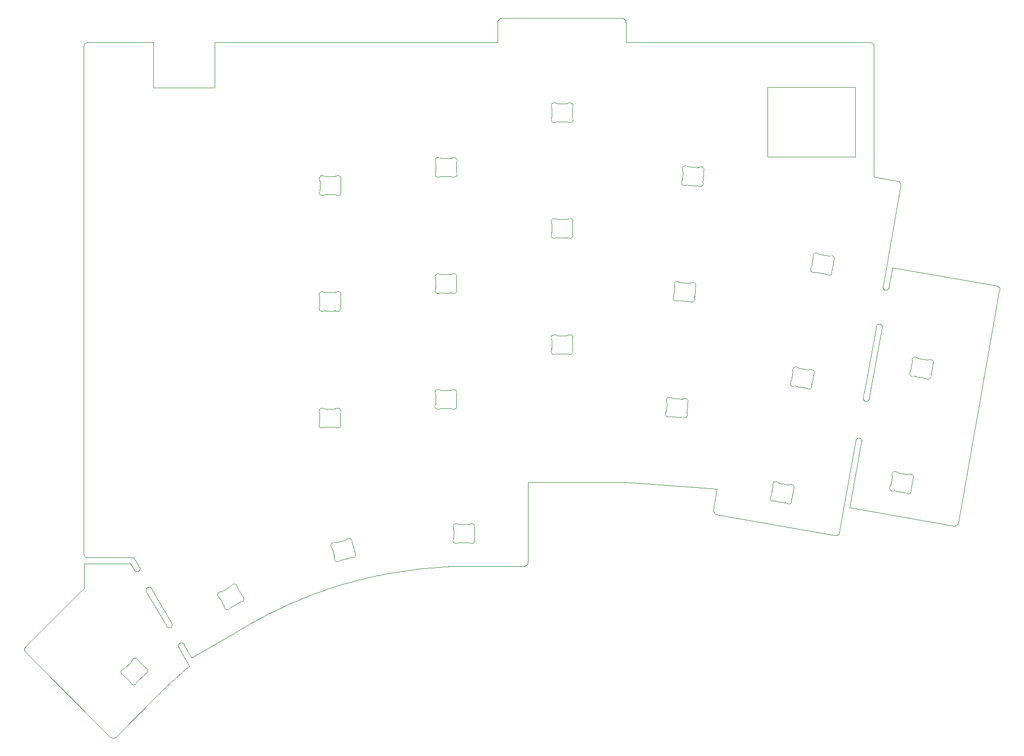
<source format=gm1>
G04 #@! TF.GenerationSoftware,KiCad,Pcbnew,8.0.4-8.0.4-0~ubuntu22.04.1*
G04 #@! TF.CreationDate,2024-09-04T00:25:38+02:00*
G04 #@! TF.ProjectId,klor1_4_LP_KS33,6b6c6f72-315f-4345-9f4c-505f4b533333,v1.4.0 LP KS33*
G04 #@! TF.SameCoordinates,Original*
G04 #@! TF.FileFunction,Profile,NP*
%FSLAX46Y46*%
G04 Gerber Fmt 4.6, Leading zero omitted, Abs format (unit mm)*
G04 Created by KiCad (PCBNEW 8.0.4-8.0.4-0~ubuntu22.04.1) date 2024-09-04 00:25:38*
%MOMM*%
%LPD*%
G01*
G04 APERTURE LIST*
G04 #@! TA.AperFunction,Profile*
%ADD10C,0.010000*%
G04 #@! TD*
%ADD11C,0.010000*%
G04 #@! TA.AperFunction,Profile*
%ADD12C,0.100000*%
G04 #@! TD*
G04 APERTURE END LIST*
D10*
X94205130Y-149048326D02*
X90890813Y-143336419D01*
X213273752Y-90131044D02*
X212679139Y-93422155D01*
D11*
X95051339Y-148554706D02*
X95063942Y-148574840D01*
X95075312Y-148595542D01*
X95085456Y-148616761D01*
X95094379Y-148638445D01*
X95102089Y-148660542D01*
X95108591Y-148683001D01*
X95113893Y-148705769D01*
X95118000Y-148728796D01*
X95120920Y-148752029D01*
X95122657Y-148775417D01*
X95123220Y-148798909D01*
X95122614Y-148822452D01*
X95120847Y-148845995D01*
X95117923Y-148869486D01*
X95113850Y-148892874D01*
X95108635Y-148916108D01*
X95102283Y-148939134D01*
X95094802Y-148961902D01*
X95086197Y-148984361D01*
X95076475Y-149006458D01*
X95065643Y-149028141D01*
X95053707Y-149049360D01*
X95040673Y-149070063D01*
X95026549Y-149090197D01*
X95011339Y-149109711D01*
X94995052Y-149128554D01*
X94977692Y-149146674D01*
X94959268Y-149164019D01*
X94939785Y-149180538D01*
X94919249Y-149196179D01*
X94897667Y-149210890D01*
X94875047Y-149224620D01*
D10*
X210241503Y-75251875D02*
X210241503Y-53885104D01*
X92045000Y-60619514D02*
X92045000Y-53144670D01*
D11*
X152769828Y-139175891D02*
X152805974Y-139174968D01*
X152841662Y-139172232D01*
X152876846Y-139167727D01*
X152911482Y-139161498D01*
X152945523Y-139153590D01*
X152978926Y-139144049D01*
X153011644Y-139132920D01*
X153043632Y-139120248D01*
X153074846Y-139106078D01*
X153105240Y-139090455D01*
X153134769Y-139073425D01*
X153163388Y-139055033D01*
X153191051Y-139035324D01*
X153217713Y-139014343D01*
X153243330Y-138992135D01*
X153267855Y-138968746D01*
X153291244Y-138944220D01*
X153313452Y-138918604D01*
X153334433Y-138891941D01*
X153354142Y-138864278D01*
X153372534Y-138835660D01*
X153389564Y-138806131D01*
X153405187Y-138775737D01*
X153419357Y-138744523D01*
X153432029Y-138712534D01*
X153443158Y-138679816D01*
X153452699Y-138646414D01*
X153460607Y-138612372D01*
X153466836Y-138577736D01*
X153471341Y-138542552D01*
X153474077Y-138506864D01*
X153475000Y-138470718D01*
X230832582Y-93903724D02*
X230844676Y-93867575D01*
X230854550Y-93831872D01*
X230862254Y-93796647D01*
X230867841Y-93761932D01*
X230871361Y-93727759D01*
X230872868Y-93694161D01*
X230872412Y-93661169D01*
X230870045Y-93628817D01*
X230865818Y-93597136D01*
X230859784Y-93566159D01*
X230851994Y-93535918D01*
X230842499Y-93506445D01*
X230831351Y-93477772D01*
X230818603Y-93449933D01*
X230804305Y-93422958D01*
X230788509Y-93396881D01*
X230771267Y-93371734D01*
X230752631Y-93347548D01*
X230732651Y-93324357D01*
X230711381Y-93302192D01*
X230688871Y-93281086D01*
X230665173Y-93261071D01*
X230640338Y-93242179D01*
X230614419Y-93224443D01*
X230587467Y-93207895D01*
X230559534Y-93192567D01*
X230530671Y-93178492D01*
X230500930Y-93165701D01*
X230470363Y-93154228D01*
X230439021Y-93144103D01*
X230406956Y-93135360D01*
X230374220Y-93128032D01*
D10*
X148538783Y-53144670D02*
X102103080Y-53144670D01*
D11*
X105170585Y-150282382D02*
X105240102Y-150236208D01*
X105309820Y-150190240D01*
X105379732Y-150144480D01*
X105449831Y-150098926D01*
X105520111Y-150053578D01*
X105590565Y-150008437D01*
X105661187Y-149963503D01*
X105731970Y-149918775D01*
X105802908Y-149874254D01*
X105873995Y-149829940D01*
X105945223Y-149785832D01*
X106016588Y-149741931D01*
X106088081Y-149698236D01*
X106159697Y-149654748D01*
X106231429Y-149611466D01*
X106303271Y-149568392D01*
X106375217Y-149525523D01*
X106447259Y-149482862D01*
X106519391Y-149440406D01*
X106591608Y-149398158D01*
X106663901Y-149356116D01*
X106736266Y-149314281D01*
X106808696Y-149272652D01*
X106881183Y-149231230D01*
X106953722Y-149190015D01*
X107026307Y-149149006D01*
X107098930Y-149108204D01*
X107171585Y-149067608D01*
X107244266Y-149027219D01*
X107316966Y-148987037D01*
X107389680Y-148947061D01*
X107462400Y-148907292D01*
D10*
X214084700Y-75921789D02*
X210241503Y-75251875D01*
D11*
X207835000Y-118120000D02*
X207861130Y-118124019D01*
X207886617Y-118129434D01*
X207911436Y-118136191D01*
X207935566Y-118144240D01*
X207958981Y-118153528D01*
X207981658Y-118164004D01*
X208003574Y-118175616D01*
X208024705Y-118188313D01*
X208045027Y-118202043D01*
X208064517Y-118216754D01*
X208083152Y-118232395D01*
X208100907Y-118248914D01*
X208117759Y-118266259D01*
X208133685Y-118284379D01*
X208148660Y-118303222D01*
X208162662Y-118322737D01*
X208175666Y-118342871D01*
X208187649Y-118363573D01*
X208198588Y-118384792D01*
X208208458Y-118406476D01*
X208217237Y-118428573D01*
X208224901Y-118451032D01*
X208231425Y-118473800D01*
X208236787Y-118496827D01*
X208240963Y-118520060D01*
X208243929Y-118543448D01*
X208245662Y-118566939D01*
X208246138Y-118590483D01*
X208245333Y-118614026D01*
X208243224Y-118637517D01*
X208239787Y-118660905D01*
X208235000Y-118684139D01*
X81370965Y-53144670D02*
X81331615Y-53145592D01*
X81292924Y-53148328D01*
X81254930Y-53152833D01*
X81217672Y-53159062D01*
X81181189Y-53166970D01*
X81145520Y-53176511D01*
X81110702Y-53187640D01*
X81076776Y-53200313D01*
X81043779Y-53214483D01*
X81011750Y-53230105D01*
X80980729Y-53247135D01*
X80950754Y-53265528D01*
X80921863Y-53285237D01*
X80894095Y-53306218D01*
X80867490Y-53328426D01*
X80842085Y-53351816D01*
X80817920Y-53376341D01*
X80795034Y-53401958D01*
X80773464Y-53428620D01*
X80753250Y-53456283D01*
X80734431Y-53484902D01*
X80717045Y-53514431D01*
X80701130Y-53544825D01*
X80686727Y-53576039D01*
X80673873Y-53608028D01*
X80662607Y-53640746D01*
X80652968Y-53674149D01*
X80644995Y-53708190D01*
X80638726Y-53742826D01*
X80634201Y-53778010D01*
X80631457Y-53813698D01*
X80630534Y-53849845D01*
D10*
X92045000Y-53144670D02*
X82287690Y-53144670D01*
D11*
X92794784Y-160295850D02*
X92950349Y-160140699D01*
X93106327Y-159985968D01*
X93262718Y-159831663D01*
X93419523Y-159677790D01*
X93576741Y-159524357D01*
X93734372Y-159371369D01*
X93892416Y-159218832D01*
X94050874Y-159066755D01*
X94209744Y-158915142D01*
X94369028Y-158764000D01*
X94528725Y-158613336D01*
X94688835Y-158463156D01*
X94849359Y-158313467D01*
X95010295Y-158164275D01*
X95171645Y-158015587D01*
X95333408Y-157867408D01*
X95495585Y-157719746D01*
X95658174Y-157572607D01*
X95821177Y-157425998D01*
X95984593Y-157279924D01*
X96148422Y-157134393D01*
X96312664Y-156989410D01*
X96477319Y-156844982D01*
X96642388Y-156701117D01*
X96807870Y-156557819D01*
X96973765Y-156415096D01*
X97140073Y-156272954D01*
X97306795Y-156131399D01*
X97473929Y-155990439D01*
X97641477Y-155850079D01*
X97809438Y-155710325D01*
X97977813Y-155571186D01*
X84967353Y-167171297D02*
X84994201Y-167196914D01*
X85021824Y-167220879D01*
X85050171Y-167243191D01*
X85079189Y-167263851D01*
X85108826Y-167282857D01*
X85139032Y-167300211D01*
X85169754Y-167315912D01*
X85200941Y-167329961D01*
X85232542Y-167342357D01*
X85264503Y-167353099D01*
X85296775Y-167362190D01*
X85329305Y-167369627D01*
X85362041Y-167375412D01*
X85394933Y-167379543D01*
X85427928Y-167382023D01*
X85460974Y-167382849D01*
X85494020Y-167382023D01*
X85527015Y-167379543D01*
X85559907Y-167375412D01*
X85592643Y-167369627D01*
X85625173Y-167362190D01*
X85657445Y-167353099D01*
X85689406Y-167342357D01*
X85721007Y-167329961D01*
X85752194Y-167315912D01*
X85782916Y-167300211D01*
X85813122Y-167282857D01*
X85842759Y-167263851D01*
X85871777Y-167243191D01*
X85900124Y-167220879D01*
X85927747Y-167196914D01*
X85954596Y-167171297D01*
D10*
X98400916Y-154196096D02*
X105170585Y-150282382D01*
D11*
X96179617Y-152468420D02*
X96167013Y-152445183D01*
X96155643Y-152421772D01*
X96145500Y-152398219D01*
X96136577Y-152374557D01*
X96128867Y-152350817D01*
X96122365Y-152327031D01*
X96117063Y-152303233D01*
X96112956Y-152279454D01*
X96110037Y-152255727D01*
X96108299Y-152232084D01*
X96107737Y-152208557D01*
X96108343Y-152185179D01*
X96110110Y-152161981D01*
X96113034Y-152138996D01*
X96117107Y-152116257D01*
X96122322Y-152093795D01*
X96128674Y-152071643D01*
X96136155Y-152049834D01*
X96144760Y-152028399D01*
X96154482Y-152007370D01*
X96165314Y-151986781D01*
X96177250Y-151966663D01*
X96190284Y-151947048D01*
X96204409Y-151927970D01*
X96219618Y-151909459D01*
X96235906Y-151891549D01*
X96253265Y-151874271D01*
X96271690Y-151857659D01*
X96291173Y-151841744D01*
X96311709Y-151826558D01*
X96333290Y-151812134D01*
X96355912Y-151798505D01*
D10*
X208840861Y-109477845D02*
X210640861Y-99787847D01*
X169447190Y-125425000D02*
X184537912Y-126482762D01*
D11*
X214613581Y-76697481D02*
X214619168Y-76664434D01*
X214622748Y-76631439D01*
X214624378Y-76598548D01*
X214624117Y-76565812D01*
X214622022Y-76533282D01*
X214618151Y-76501010D01*
X214612563Y-76469048D01*
X214605316Y-76437448D01*
X214596468Y-76406261D01*
X214586077Y-76375538D01*
X214574201Y-76345333D01*
X214560899Y-76315695D01*
X214546227Y-76286677D01*
X214530245Y-76258331D01*
X214513011Y-76230707D01*
X214494582Y-76203859D01*
X214475017Y-76177836D01*
X214454373Y-76152692D01*
X214432710Y-76128477D01*
X214410085Y-76105244D01*
X214386556Y-76083044D01*
X214362181Y-76061928D01*
X214337018Y-76041949D01*
X214311126Y-76023157D01*
X214284563Y-76005605D01*
X214257386Y-75989345D01*
X214229654Y-75974427D01*
X214201425Y-75960904D01*
X214172757Y-75948826D01*
X214143708Y-75938247D01*
X214114336Y-75929217D01*
X214084700Y-75921789D01*
D10*
X211592848Y-99964139D02*
X209792845Y-109654139D01*
X88316928Y-138752788D02*
X80665792Y-138752788D01*
X97977813Y-155571186D02*
X96179617Y-152468420D01*
D11*
X97025826Y-151974800D02*
X97037756Y-151995476D01*
X97052147Y-152020412D01*
X97071689Y-152054269D01*
X97096035Y-152096442D01*
X97124836Y-152146324D01*
X97157742Y-152203307D01*
X97194406Y-152266785D01*
X97234479Y-152336151D01*
X97277612Y-152410798D01*
X97323457Y-152490120D01*
X97371664Y-152573508D01*
X97421886Y-152660357D01*
X97473773Y-152750060D01*
X97526978Y-152842009D01*
X97581151Y-152935598D01*
X97635943Y-153030220D01*
X97691007Y-153125269D01*
X97745993Y-153220136D01*
X97800554Y-153314216D01*
X97854339Y-153406901D01*
X97907001Y-153497585D01*
X97958192Y-153585661D01*
X98007561Y-153670521D01*
X98054761Y-153751560D01*
X98099444Y-153828170D01*
X98141260Y-153899744D01*
X98179861Y-153965675D01*
X98214898Y-154025357D01*
X98246023Y-154078183D01*
X98272886Y-154123545D01*
X98295141Y-154160838D01*
D10*
X209501072Y-53144670D02*
X208549085Y-53144670D01*
D11*
X212115000Y-93810000D02*
X212088870Y-93805980D01*
X212063385Y-93800565D01*
X212038573Y-93793808D01*
X212014457Y-93785759D01*
X211991064Y-93776471D01*
X211968421Y-93765995D01*
X211946552Y-93754383D01*
X211925484Y-93741686D01*
X211905242Y-93727956D01*
X211885852Y-93713245D01*
X211867340Y-93697604D01*
X211849732Y-93681085D01*
X211833054Y-93663740D01*
X211817332Y-93645620D01*
X211802590Y-93626777D01*
X211788856Y-93607262D01*
X211776155Y-93587128D01*
X211764512Y-93566426D01*
X211753955Y-93545207D01*
X211744507Y-93523523D01*
X211736196Y-93501426D01*
X211729047Y-93478967D01*
X211723086Y-93456199D01*
X211718339Y-93433172D01*
X211714831Y-93409939D01*
X211712589Y-93386551D01*
X211711638Y-93363060D01*
X211712004Y-93339516D01*
X211713713Y-93315973D01*
X211716790Y-93292482D01*
X211721262Y-93269094D01*
X211727155Y-93245861D01*
X80630534Y-137060370D02*
X80631456Y-137096516D01*
X80634192Y-137132204D01*
X80638697Y-137167388D01*
X80644926Y-137202024D01*
X80652834Y-137236065D01*
X80662375Y-137269468D01*
X80673504Y-137302186D01*
X80686176Y-137334175D01*
X80700346Y-137365389D01*
X80715969Y-137395783D01*
X80732999Y-137425312D01*
X80751391Y-137453931D01*
X80771100Y-137481594D01*
X80792081Y-137508256D01*
X80814289Y-137533873D01*
X80837678Y-137558399D01*
X80862203Y-137581788D01*
X80887820Y-137603996D01*
X80914482Y-137624977D01*
X80942145Y-137644686D01*
X80970764Y-137663079D01*
X81000293Y-137680109D01*
X81030687Y-137695731D01*
X81061901Y-137709901D01*
X81093889Y-137722574D01*
X81126607Y-137733703D01*
X81160010Y-137743244D01*
X81194051Y-137751152D01*
X81228687Y-137757381D01*
X81263871Y-137761886D01*
X81299559Y-137764622D01*
X81335706Y-137765545D01*
D10*
X80630534Y-53849845D02*
X80630534Y-137060370D01*
D11*
X90890813Y-143336419D02*
X90878209Y-143313182D01*
X90866839Y-143289771D01*
X90856696Y-143266218D01*
X90847773Y-143242556D01*
X90840063Y-143218816D01*
X90833561Y-143195030D01*
X90828260Y-143171232D01*
X90824153Y-143147453D01*
X90821233Y-143123726D01*
X90819496Y-143100083D01*
X90818933Y-143076556D01*
X90819539Y-143053177D01*
X90821307Y-143029980D01*
X90824230Y-143006995D01*
X90828303Y-142984256D01*
X90833519Y-142961794D01*
X90839870Y-142939642D01*
X90847352Y-142917832D01*
X90855957Y-142896397D01*
X90865678Y-142875369D01*
X90876511Y-142854779D01*
X90888447Y-142834661D01*
X90901480Y-142815046D01*
X90915605Y-142795968D01*
X90930815Y-142777457D01*
X90947102Y-142759547D01*
X90964461Y-142742269D01*
X90982886Y-142725657D01*
X91002369Y-142709741D01*
X91022905Y-142694555D01*
X91044487Y-142680131D01*
X91067108Y-142666502D01*
D10*
X77986130Y-145451940D02*
X71110685Y-152327386D01*
X148538783Y-49865612D02*
X148538783Y-53144670D01*
D11*
X183938514Y-129973373D02*
X183936028Y-130006318D01*
X183935156Y-130039018D01*
X183935860Y-130071433D01*
X183938101Y-130103526D01*
X183941839Y-130135258D01*
X183947036Y-130166589D01*
X183953653Y-130197481D01*
X183961652Y-130227896D01*
X183970994Y-130257794D01*
X183981640Y-130287136D01*
X183993552Y-130315885D01*
X184006690Y-130344001D01*
X184021016Y-130371446D01*
X184036491Y-130398180D01*
X184053077Y-130424166D01*
X184070734Y-130449364D01*
X184089425Y-130473735D01*
X184109109Y-130497242D01*
X184129749Y-130519845D01*
X184151306Y-130541505D01*
X184173741Y-130562183D01*
X184197015Y-130581842D01*
X184221089Y-130600442D01*
X184245926Y-130617944D01*
X184271485Y-130634310D01*
X184297729Y-130649501D01*
X184324619Y-130663479D01*
X184352115Y-130676204D01*
X184380180Y-130687637D01*
X184408774Y-130697741D01*
X184437858Y-130706476D01*
X184467395Y-130713804D01*
D10*
X169552968Y-53144670D02*
X169552968Y-49865612D01*
D12*
X192800000Y-60550000D02*
X207200000Y-60550000D01*
X207200000Y-71950000D01*
X192800000Y-71950000D01*
X192800000Y-60550000D01*
D10*
X208487155Y-111525860D02*
X208840861Y-109477845D01*
X85954596Y-167171297D02*
X92794784Y-160295850D01*
D11*
X210241503Y-53885104D02*
X210240579Y-53845854D01*
X210237835Y-53807450D01*
X210233310Y-53769912D01*
X210227041Y-53733257D01*
X210219068Y-53697507D01*
X210209429Y-53662680D01*
X210198163Y-53628795D01*
X210185309Y-53595873D01*
X210170906Y-53563931D01*
X210154991Y-53532991D01*
X210137605Y-53503070D01*
X210118786Y-53474189D01*
X210098572Y-53446367D01*
X210077002Y-53419622D01*
X210054116Y-53393976D01*
X210029951Y-53369446D01*
X210004546Y-53346052D01*
X209977941Y-53323814D01*
X209950173Y-53302751D01*
X209921282Y-53282883D01*
X209891307Y-53264228D01*
X209860286Y-53246806D01*
X209828257Y-53230637D01*
X209795260Y-53215739D01*
X209761334Y-53202133D01*
X209726516Y-53189837D01*
X209690847Y-53178871D01*
X209654364Y-53169255D01*
X209617106Y-53161007D01*
X209579112Y-53154147D01*
X209540421Y-53148695D01*
X209501072Y-53144670D01*
D10*
X204600113Y-133605017D02*
X207270861Y-118507845D01*
D11*
X94875047Y-149224620D02*
X94851810Y-149237223D01*
X94828399Y-149248593D01*
X94804846Y-149258737D01*
X94781184Y-149267660D01*
X94757444Y-149275370D01*
X94733659Y-149281872D01*
X94709861Y-149287174D01*
X94686082Y-149291281D01*
X94662355Y-149294200D01*
X94638711Y-149295938D01*
X94615184Y-149296501D01*
X94591806Y-149295895D01*
X94568608Y-149294127D01*
X94545624Y-149291203D01*
X94522884Y-149287131D01*
X94500422Y-149281915D01*
X94478271Y-149275563D01*
X94456461Y-149268082D01*
X94435026Y-149259477D01*
X94413997Y-149249755D01*
X94393407Y-149238923D01*
X94373289Y-149226987D01*
X94353675Y-149213953D01*
X94334596Y-149199828D01*
X94316085Y-149184619D01*
X94298175Y-149168331D01*
X94280897Y-149150972D01*
X94264285Y-149132547D01*
X94248369Y-149113064D01*
X94233183Y-149092528D01*
X94218759Y-149070946D01*
X94205130Y-149048326D01*
D10*
X102103080Y-53144670D02*
X102103080Y-60619514D01*
X153475000Y-125425000D02*
X169447190Y-125425000D01*
X142967909Y-139175891D02*
X152769828Y-139175891D01*
D11*
X210640861Y-99787847D02*
X210644880Y-99761717D01*
X210650295Y-99736233D01*
X210657052Y-99711420D01*
X210665101Y-99687304D01*
X210674389Y-99663912D01*
X210684865Y-99641268D01*
X210696477Y-99619399D01*
X210709174Y-99598331D01*
X210722904Y-99578089D01*
X210737615Y-99558699D01*
X210753256Y-99540188D01*
X210769775Y-99522580D01*
X210787120Y-99505902D01*
X210805240Y-99490179D01*
X210824083Y-99475438D01*
X210843598Y-99461703D01*
X210863732Y-99449002D01*
X210884434Y-99437359D01*
X210905653Y-99426802D01*
X210927337Y-99417354D01*
X210949434Y-99409043D01*
X210971893Y-99401894D01*
X210994661Y-99395933D01*
X211017688Y-99391185D01*
X211040921Y-99387677D01*
X211064309Y-99385435D01*
X211087800Y-99384484D01*
X211111344Y-99384849D01*
X211134887Y-99386558D01*
X211158378Y-99389635D01*
X211181766Y-99394107D01*
X211205000Y-99400000D01*
D10*
X224098171Y-131983119D02*
X230832582Y-93903724D01*
D11*
X96355912Y-151798505D02*
X96379148Y-151785901D01*
X96402559Y-151774531D01*
X96426112Y-151764388D01*
X96449774Y-151755465D01*
X96473514Y-151747755D01*
X96497299Y-151741253D01*
X96521097Y-151735952D01*
X96544876Y-151731845D01*
X96568603Y-151728925D01*
X96592246Y-151727188D01*
X96615773Y-151726625D01*
X96639152Y-151727231D01*
X96662350Y-151728999D01*
X96685334Y-151731922D01*
X96708074Y-151735995D01*
X96730535Y-151741211D01*
X96752687Y-151747562D01*
X96774497Y-151755044D01*
X96795932Y-151763649D01*
X96816960Y-151773370D01*
X96837550Y-151784203D01*
X96857668Y-151796139D01*
X96877282Y-151809172D01*
X96896361Y-151823297D01*
X96914871Y-151838507D01*
X96932782Y-151854794D01*
X96950059Y-151872153D01*
X96966671Y-151890578D01*
X96982586Y-151910061D01*
X96997772Y-151930597D01*
X97012196Y-151952179D01*
X97025826Y-151974800D01*
D10*
X214014183Y-80117575D02*
X214613581Y-76697481D01*
X184467395Y-130713804D02*
X203824420Y-134133898D01*
D11*
X203824420Y-134133898D02*
X203857466Y-134139585D01*
X203890461Y-134143452D01*
X203923352Y-134145538D01*
X203956089Y-134145880D01*
X203988619Y-134144518D01*
X204020890Y-134141490D01*
X204052852Y-134136835D01*
X204084452Y-134130592D01*
X204115639Y-134122799D01*
X204146362Y-134113496D01*
X204176567Y-134102721D01*
X204206205Y-134090512D01*
X204235223Y-134076909D01*
X204263569Y-134061951D01*
X204291193Y-134045675D01*
X204318041Y-134028121D01*
X204344063Y-134009327D01*
X204369208Y-133989333D01*
X204393422Y-133968176D01*
X204416655Y-133945897D01*
X204438856Y-133922532D01*
X204459971Y-133898122D01*
X204479951Y-133872704D01*
X204498742Y-133846318D01*
X204516294Y-133819003D01*
X204532555Y-133790796D01*
X204547473Y-133761737D01*
X204560997Y-133731865D01*
X204573074Y-133701218D01*
X204583653Y-133669835D01*
X204592683Y-133637755D01*
X204600113Y-133605017D01*
X149208697Y-49195697D02*
X149175753Y-49196618D01*
X149143069Y-49199346D01*
X149110694Y-49203831D01*
X149078680Y-49210020D01*
X149047080Y-49217862D01*
X149015945Y-49227305D01*
X148985326Y-49238298D01*
X148955275Y-49250788D01*
X148925844Y-49264725D01*
X148897085Y-49280056D01*
X148869048Y-49296729D01*
X148841787Y-49314695D01*
X148815351Y-49333899D01*
X148789794Y-49354292D01*
X148765166Y-49375820D01*
X148741520Y-49398434D01*
X148718906Y-49422080D01*
X148697378Y-49446708D01*
X148676985Y-49472265D01*
X148657780Y-49498701D01*
X148639815Y-49525963D01*
X148623142Y-49553999D01*
X148607811Y-49582759D01*
X148593874Y-49612190D01*
X148581384Y-49642240D01*
X148570391Y-49672859D01*
X148560948Y-49703995D01*
X148553106Y-49735595D01*
X148546917Y-49767609D01*
X148542432Y-49799983D01*
X148539704Y-49832668D01*
X148538783Y-49865612D01*
D10*
X230374220Y-93128032D02*
X213273752Y-90131044D01*
D11*
X71110685Y-152327386D02*
X71085067Y-152354234D01*
X71061102Y-152381857D01*
X71038790Y-152410204D01*
X71018130Y-152439222D01*
X70999124Y-152468859D01*
X70981770Y-152499065D01*
X70966069Y-152529787D01*
X70952020Y-152560974D01*
X70939624Y-152592575D01*
X70928882Y-152624536D01*
X70919791Y-152656808D01*
X70912354Y-152689338D01*
X70906569Y-152722074D01*
X70902438Y-152754966D01*
X70899958Y-152787961D01*
X70899132Y-152821007D01*
X70899958Y-152854053D01*
X70902438Y-152887048D01*
X70906569Y-152919940D01*
X70912354Y-152952676D01*
X70919791Y-152985206D01*
X70928882Y-153017478D01*
X70939624Y-153049439D01*
X70952020Y-153081040D01*
X70966069Y-153112227D01*
X70981770Y-153142949D01*
X70999124Y-153173155D01*
X71018130Y-153202792D01*
X71038790Y-153231810D01*
X71061102Y-153260157D01*
X71085067Y-153287780D01*
X71110685Y-153314629D01*
X89586243Y-139986841D02*
X89563006Y-139999444D01*
X89539595Y-140010814D01*
X89516042Y-140020958D01*
X89492380Y-140029881D01*
X89468640Y-140037591D01*
X89444855Y-140044093D01*
X89421057Y-140049395D01*
X89397278Y-140053502D01*
X89373551Y-140056421D01*
X89349907Y-140058159D01*
X89326380Y-140058722D01*
X89303002Y-140058116D01*
X89279804Y-140056348D01*
X89256820Y-140053425D01*
X89234080Y-140049352D01*
X89211618Y-140044136D01*
X89189467Y-140037785D01*
X89167657Y-140030303D01*
X89146222Y-140021698D01*
X89125193Y-140011977D01*
X89104603Y-140001144D01*
X89084485Y-139989208D01*
X89064871Y-139976175D01*
X89045792Y-139962050D01*
X89027281Y-139946841D01*
X89009371Y-139930553D01*
X88992093Y-139913194D01*
X88975481Y-139894769D01*
X88959565Y-139875286D01*
X88944379Y-139854751D01*
X88929955Y-139833169D01*
X88916326Y-139810549D01*
D10*
X88845809Y-137765545D02*
X89762535Y-139316927D01*
X88916326Y-139810549D02*
X88316928Y-138752788D01*
D11*
X107462400Y-148907292D02*
X107982580Y-148608666D01*
X108505105Y-148314419D01*
X109029837Y-148024587D01*
X109556642Y-147739210D01*
X110085384Y-147458326D01*
X110615927Y-147181974D01*
X111148136Y-146910193D01*
X111681874Y-146643022D01*
X112217007Y-146380499D01*
X112753400Y-146122664D01*
X113290915Y-145869554D01*
X113829418Y-145621208D01*
X114368774Y-145377666D01*
X114908846Y-145138966D01*
X115449499Y-144905147D01*
X115990597Y-144676248D01*
X116532006Y-144452306D01*
X117073589Y-144233362D01*
X117615210Y-144019453D01*
X118156735Y-143810619D01*
X118698027Y-143606898D01*
X119238951Y-143408329D01*
X119779372Y-143214950D01*
X120319153Y-143026801D01*
X120858160Y-142843920D01*
X121396257Y-142666346D01*
X121933307Y-142494118D01*
X122469176Y-142327274D01*
X123003728Y-142165853D01*
X123536828Y-142009894D01*
X124068339Y-141859436D01*
X124598127Y-141714517D01*
X207270861Y-118507845D02*
X207274880Y-118481715D01*
X207280295Y-118456230D01*
X207287052Y-118431418D01*
X207295101Y-118407302D01*
X207304389Y-118383910D01*
X207314865Y-118361266D01*
X207326477Y-118339397D01*
X207339174Y-118318329D01*
X207352904Y-118298087D01*
X207367615Y-118278697D01*
X207383256Y-118260186D01*
X207399775Y-118242578D01*
X207417120Y-118225900D01*
X207435240Y-118210177D01*
X207454083Y-118195436D01*
X207473598Y-118181702D01*
X207493732Y-118169001D01*
X207514435Y-118157358D01*
X207535654Y-118146801D01*
X207557337Y-118137353D01*
X207579434Y-118129042D01*
X207601893Y-118121893D01*
X207624661Y-118115932D01*
X207647688Y-118111185D01*
X207670921Y-118107677D01*
X207694309Y-118105435D01*
X207717800Y-118104483D01*
X207741344Y-118104849D01*
X207764887Y-118106558D01*
X207788378Y-118109635D01*
X207811766Y-118114107D01*
X207835000Y-118120000D01*
X124598127Y-141714517D02*
X125176986Y-141561534D01*
X125756568Y-141413303D01*
X126336770Y-141269823D01*
X126917488Y-141131095D01*
X127498620Y-140997119D01*
X128080061Y-140867895D01*
X128661709Y-140743422D01*
X129243461Y-140623701D01*
X129825212Y-140508731D01*
X130406860Y-140398514D01*
X130988301Y-140293047D01*
X131569433Y-140192333D01*
X132150151Y-140096370D01*
X132730353Y-140005159D01*
X133309935Y-139918700D01*
X133888794Y-139836992D01*
X134466826Y-139760036D01*
X135043929Y-139687831D01*
X135619999Y-139620378D01*
X136194933Y-139557677D01*
X136768627Y-139499727D01*
X137340978Y-139446529D01*
X137911883Y-139398083D01*
X138481239Y-139354389D01*
X139048942Y-139315446D01*
X139614889Y-139281254D01*
X140178976Y-139251815D01*
X140741101Y-139227126D01*
X141301160Y-139207190D01*
X141859050Y-139192005D01*
X142414667Y-139181572D01*
X142967909Y-139175891D01*
D10*
X209792845Y-109654139D02*
X209439139Y-111702152D01*
X80665792Y-138752788D02*
X80665792Y-142807538D01*
X82287690Y-53144670D02*
X81370965Y-53144670D01*
X71110685Y-153314629D02*
X84967353Y-167171297D01*
X211727155Y-93245861D02*
X214014183Y-80117575D01*
D11*
X91067108Y-142666502D02*
X91090344Y-142653898D01*
X91113755Y-142642528D01*
X91137307Y-142632385D01*
X91160970Y-142623461D01*
X91184710Y-142615752D01*
X91208495Y-142609249D01*
X91232293Y-142603948D01*
X91256072Y-142599841D01*
X91279799Y-142596922D01*
X91303442Y-142595184D01*
X91326969Y-142594621D01*
X91350347Y-142595227D01*
X91373545Y-142596995D01*
X91396529Y-142599918D01*
X91419269Y-142603991D01*
X91441730Y-142609207D01*
X91463882Y-142615558D01*
X91485691Y-142623040D01*
X91507127Y-142631645D01*
X91528155Y-142641366D01*
X91548744Y-142652199D01*
X91568862Y-142664135D01*
X91588477Y-142677168D01*
X91607556Y-142691293D01*
X91626066Y-142706503D01*
X91643976Y-142722790D01*
X91661254Y-142740149D01*
X91677866Y-142758574D01*
X91693782Y-142778057D01*
X91708968Y-142798593D01*
X91723392Y-142820175D01*
X91737022Y-142842796D01*
X169552968Y-49865612D02*
X169552046Y-49832668D01*
X169549318Y-49799983D01*
X169544833Y-49767609D01*
X169538644Y-49735595D01*
X169530802Y-49703995D01*
X169521359Y-49672859D01*
X169510366Y-49642240D01*
X169497876Y-49612190D01*
X169483939Y-49582759D01*
X169468608Y-49553999D01*
X169451934Y-49525963D01*
X169433969Y-49498701D01*
X169414765Y-49472265D01*
X169394372Y-49446708D01*
X169372843Y-49422080D01*
X169350230Y-49398434D01*
X169326583Y-49375820D01*
X169301956Y-49354292D01*
X169276398Y-49333899D01*
X169249963Y-49314695D01*
X169222701Y-49296729D01*
X169194664Y-49280056D01*
X169165905Y-49264725D01*
X169136474Y-49250788D01*
X169106423Y-49238298D01*
X169075804Y-49227305D01*
X169044668Y-49217862D01*
X169013068Y-49210020D01*
X168981054Y-49203831D01*
X168948679Y-49199346D01*
X168915994Y-49196618D01*
X168883051Y-49195697D01*
X209439139Y-111702152D02*
X209435119Y-111728281D01*
X209429704Y-111753766D01*
X209422947Y-111778578D01*
X209414898Y-111802694D01*
X209405610Y-111826087D01*
X209395134Y-111848730D01*
X209383522Y-111870599D01*
X209370825Y-111891667D01*
X209357095Y-111911909D01*
X209342384Y-111931299D01*
X209326743Y-111949811D01*
X209310224Y-111967419D01*
X209292879Y-111984097D01*
X209274759Y-111999820D01*
X209255916Y-112014561D01*
X209236401Y-112028295D01*
X209216267Y-112040997D01*
X209195565Y-112052639D01*
X209174346Y-112063197D01*
X209152662Y-112072644D01*
X209130565Y-112080956D01*
X209108106Y-112088105D01*
X209085338Y-112094066D01*
X209062311Y-112098813D01*
X209039078Y-112102321D01*
X209015690Y-112104564D01*
X208992199Y-112105515D01*
X208968655Y-112105149D01*
X208945112Y-112103441D01*
X208921621Y-112100363D01*
X208898233Y-112095892D01*
X208875000Y-112090000D01*
X223322479Y-132547258D02*
X223358627Y-132552944D01*
X223394330Y-132556804D01*
X223429556Y-132558869D01*
X223464271Y-132559171D01*
X223498444Y-132557743D01*
X223532043Y-132554617D01*
X223565034Y-132549826D01*
X223597387Y-132543401D01*
X223629068Y-132535375D01*
X223660045Y-132525780D01*
X223690286Y-132514648D01*
X223719760Y-132502013D01*
X223748432Y-132487905D01*
X223776272Y-132472358D01*
X223803246Y-132455403D01*
X223829323Y-132437073D01*
X223854471Y-132417401D01*
X223878656Y-132396417D01*
X223901847Y-132374156D01*
X223924012Y-132350648D01*
X223945118Y-132325927D01*
X223965133Y-132300024D01*
X223984024Y-132272972D01*
X224001760Y-132244803D01*
X224018308Y-132215550D01*
X224033636Y-132185244D01*
X224047711Y-132153918D01*
X224060502Y-132121605D01*
X224071975Y-132088336D01*
X224082099Y-132054143D01*
X224090842Y-132019060D01*
X224098171Y-131983119D01*
D10*
X91737022Y-142842796D02*
X95051339Y-148554706D01*
D11*
X211205000Y-99400000D02*
X211227927Y-99404019D01*
X211250416Y-99409434D01*
X211272440Y-99416191D01*
X211293973Y-99424240D01*
X211314989Y-99433528D01*
X211335464Y-99444004D01*
X211355370Y-99455616D01*
X211374682Y-99468313D01*
X211393375Y-99482043D01*
X211411422Y-99496754D01*
X211428797Y-99512395D01*
X211445475Y-99528914D01*
X211461431Y-99546259D01*
X211476637Y-99564379D01*
X211491068Y-99583222D01*
X211504699Y-99602737D01*
X211517504Y-99622871D01*
X211529456Y-99643573D01*
X211540531Y-99664792D01*
X211550701Y-99686476D01*
X211559942Y-99708573D01*
X211568228Y-99731032D01*
X211575532Y-99753800D01*
X211581829Y-99776827D01*
X211587092Y-99800060D01*
X211591298Y-99823448D01*
X211594418Y-99846939D01*
X211596428Y-99870483D01*
X211597302Y-99894026D01*
X211597014Y-99917517D01*
X211595537Y-99940905D01*
X211592848Y-99964139D01*
X80665792Y-142807538D02*
X80579851Y-142887073D01*
X80493923Y-142967002D01*
X80408020Y-143047306D01*
X80322157Y-143127965D01*
X80236345Y-143208959D01*
X80150598Y-143290270D01*
X80064928Y-143371878D01*
X79979349Y-143453763D01*
X79893872Y-143535907D01*
X79808512Y-143618289D01*
X79723282Y-143700892D01*
X79638193Y-143783694D01*
X79553259Y-143866677D01*
X79468493Y-143949821D01*
X79383908Y-144033107D01*
X79299516Y-144116516D01*
X79215331Y-144200029D01*
X79131366Y-144283625D01*
X79047633Y-144367286D01*
X78964145Y-144450992D01*
X78880916Y-144534724D01*
X78797957Y-144618462D01*
X78715283Y-144702187D01*
X78632906Y-144785881D01*
X78550839Y-144869522D01*
X78469094Y-144953092D01*
X78387686Y-145036573D01*
X78306625Y-145119943D01*
X78225927Y-145203184D01*
X78145603Y-145286277D01*
X78065666Y-145369202D01*
X77986130Y-145451940D01*
X208875000Y-112090000D02*
X208851972Y-112085980D01*
X208829196Y-112080565D01*
X208806717Y-112073808D01*
X208784581Y-112065759D01*
X208762832Y-112056471D01*
X208741515Y-112045995D01*
X208720676Y-112034383D01*
X208700360Y-112021686D01*
X208680612Y-112007956D01*
X208661477Y-111993245D01*
X208643001Y-111977604D01*
X208625229Y-111961085D01*
X208608205Y-111943740D01*
X208591976Y-111925619D01*
X208576585Y-111906776D01*
X208562080Y-111887262D01*
X208548504Y-111867128D01*
X208535903Y-111846425D01*
X208524321Y-111825206D01*
X208513806Y-111803522D01*
X208504400Y-111781425D01*
X208496150Y-111758967D01*
X208489101Y-111736199D01*
X208483298Y-111713172D01*
X208478787Y-111689939D01*
X208475611Y-111666550D01*
X208473818Y-111643059D01*
X208473451Y-111619516D01*
X208474556Y-111595973D01*
X208477178Y-111572481D01*
X208481362Y-111549093D01*
X208487155Y-111525860D01*
D10*
X208549085Y-53144670D02*
X169552968Y-53144670D01*
X102103080Y-60619514D02*
X92045000Y-60619514D01*
X81335706Y-137765545D02*
X88845809Y-137765545D01*
X206292528Y-129515009D02*
X223322479Y-132547258D01*
X168883051Y-49195697D02*
X149208697Y-49195697D01*
X153475000Y-138470718D02*
X153475000Y-125425000D01*
D11*
X89762535Y-139316927D02*
X89775138Y-139340163D01*
X89786508Y-139363574D01*
X89796652Y-139387127D01*
X89805575Y-139410789D01*
X89813285Y-139434529D01*
X89819787Y-139458314D01*
X89825089Y-139482112D01*
X89829196Y-139505891D01*
X89832115Y-139529618D01*
X89833853Y-139553261D01*
X89834416Y-139576788D01*
X89833810Y-139600167D01*
X89832042Y-139623365D01*
X89829119Y-139646349D01*
X89825046Y-139669089D01*
X89819830Y-139691550D01*
X89813479Y-139713702D01*
X89805997Y-139735512D01*
X89797392Y-139756947D01*
X89787671Y-139777975D01*
X89776838Y-139798565D01*
X89764902Y-139818683D01*
X89751869Y-139838297D01*
X89737744Y-139857376D01*
X89722535Y-139875886D01*
X89706247Y-139893797D01*
X89688888Y-139911074D01*
X89670463Y-139927686D01*
X89650980Y-139943601D01*
X89630445Y-139958787D01*
X89608863Y-139973211D01*
X89586243Y-139986841D01*
D10*
X208235000Y-118684139D02*
X206292528Y-129515009D01*
D11*
X98295141Y-154160838D02*
X98305057Y-154169853D01*
X98314973Y-154177184D01*
X98324890Y-154183004D01*
X98334806Y-154187488D01*
X98344723Y-154190809D01*
X98354639Y-154193143D01*
X98364555Y-154194663D01*
X98377777Y-154195726D01*
X98390999Y-154196066D01*
X98400916Y-154196096D01*
D10*
X184537912Y-126482762D02*
X183938514Y-129973373D01*
D11*
X212679139Y-93422155D02*
X212675119Y-93448284D01*
X212669704Y-93473769D01*
X212662947Y-93498581D01*
X212654898Y-93522697D01*
X212645610Y-93546089D01*
X212635134Y-93568733D01*
X212623522Y-93590602D01*
X212610825Y-93611670D01*
X212597095Y-93631912D01*
X212582384Y-93651302D01*
X212566743Y-93669813D01*
X212550224Y-93687421D01*
X212532879Y-93704099D01*
X212514759Y-93719822D01*
X212495916Y-93734563D01*
X212476401Y-93748297D01*
X212456267Y-93760998D01*
X212435565Y-93772641D01*
X212414346Y-93783198D01*
X212392662Y-93792646D01*
X212370565Y-93800957D01*
X212348106Y-93808106D01*
X212325338Y-93814067D01*
X212302311Y-93818814D01*
X212279078Y-93822322D01*
X212255690Y-93824564D01*
X212232199Y-93825516D01*
X212208655Y-93825150D01*
X212185112Y-93823441D01*
X212161621Y-93820364D01*
X212138233Y-93815892D01*
X212115000Y-93810000D01*
D12*
X88247299Y-158167469D02*
X87253330Y-157173500D01*
X88453498Y-154845982D02*
X87329973Y-155969507D01*
X90574817Y-156967301D02*
X89451292Y-158090826D01*
X90651461Y-155763307D02*
X89657492Y-154769338D01*
X87064983Y-157055135D02*
G75*
G02*
X87253330Y-157173500I-165221J-471943D01*
G01*
X87064984Y-157055136D02*
G75*
G02*
X87103304Y-156099585I165200J471919D01*
G01*
X88247300Y-158167469D02*
G75*
G02*
X88365664Y-158355816I-353579J-353568D01*
G01*
X89321214Y-158317495D02*
G75*
G02*
X88365662Y-158355815I-483633J126886D01*
G01*
X89321214Y-158317495D02*
G75*
G02*
X89451293Y-158090826I483616J-126876D01*
G01*
X87329973Y-155969506D02*
G75*
G02*
X87103304Y-156099585I-353558J353561D01*
G01*
X90574819Y-156967301D02*
G75*
G02*
X90801489Y-156837228I353574J-353612D01*
G01*
X88583577Y-154619312D02*
G75*
G02*
X88453504Y-154845986I-483681J126896D01*
G01*
X88583579Y-154619314D02*
G75*
G02*
X89539129Y-154580990I483632J-126875D01*
G01*
X89657492Y-154769338D02*
G75*
G02*
X89539124Y-154580992I353572J353573D01*
G01*
X90839808Y-155881672D02*
G75*
G02*
X90801488Y-156837224I-165209J-471919D01*
G01*
X90839808Y-155881672D02*
G75*
G02*
X90651463Y-155763306I164953J471503D01*
G01*
X141303075Y-134525685D02*
X141303075Y-133120001D01*
X143797526Y-132322844D02*
X142208621Y-132322844D01*
X143797526Y-135322842D02*
X142208621Y-135322842D01*
X144703073Y-134525685D02*
X144703073Y-133120001D01*
X141253590Y-132903123D02*
G75*
G02*
X141303075Y-133120001I-450543J-216885D01*
G01*
X141253590Y-132903124D02*
G75*
G02*
X141956363Y-132254544I450511J216883D01*
G01*
X141303075Y-134525686D02*
G75*
G02*
X141253590Y-134742563I-500028J8D01*
G01*
X141956363Y-135391142D02*
G75*
G02*
X141253589Y-134742562I-252258J431702D01*
G01*
X141956363Y-135391142D02*
G75*
G02*
X142208622Y-135322843I252253J-431683D01*
G01*
X142208622Y-132322843D02*
G75*
G02*
X141956363Y-132254544I2J500009D01*
G01*
X143797527Y-135322843D02*
G75*
G02*
X144049782Y-135391147I-27J-500057D01*
G01*
X144049785Y-132254544D02*
G75*
G02*
X143797527Y-132322851I-252285J431744D01*
G01*
X144049785Y-132254546D02*
G75*
G02*
X144752559Y-132903124I252265J-431694D01*
G01*
X144703073Y-133120001D02*
G75*
G02*
X144752555Y-132903122I500027J1D01*
G01*
X144752558Y-134742563D02*
G75*
G02*
X144049784Y-135391145I-450518J-216877D01*
G01*
X144752558Y-134742563D02*
G75*
G02*
X144703076Y-134525686I450042J216763D01*
G01*
X178785773Y-75731549D02*
X178883829Y-74329289D01*
X181427810Y-73708078D02*
X179842776Y-73597242D01*
X181218541Y-76700768D02*
X179633507Y-76589932D01*
X182177489Y-75968721D02*
X182275545Y-74566461D01*
X178849593Y-74109488D02*
G75*
G02*
X178883829Y-74329289I-464575J-184928D01*
G01*
X178849593Y-74109489D02*
G75*
G02*
X179595896Y-73511512I464542J184929D01*
G01*
X178785773Y-75731550D02*
G75*
G02*
X178721280Y-75944447I-498809J34888D01*
G01*
X179377099Y-76640469D02*
G75*
G02*
X178721279Y-75944445I-221530J448247D01*
G01*
X179377099Y-76640469D02*
G75*
G02*
X179633507Y-76589934I221525J-448228D01*
G01*
X179842777Y-73597241D02*
G75*
G02*
X179595897Y-73511511I34881J498791D01*
G01*
X181218542Y-76700769D02*
G75*
G02*
X181465418Y-76786503I-34909J-498837D01*
G01*
X181684219Y-73657541D02*
G75*
G02*
X181427810Y-73708084I-221553J448291D01*
G01*
X181684219Y-73657543D02*
G75*
G02*
X182340040Y-74353564I221537J-448240D01*
G01*
X182275545Y-74566461D02*
G75*
G02*
X182340035Y-74353561I498809J-34879D01*
G01*
X182211725Y-76188522D02*
G75*
G02*
X181465419Y-76786501I-464549J-184923D01*
G01*
X182211725Y-76188522D02*
G75*
G02*
X182177493Y-75968722I464066J184841D01*
G01*
X121741429Y-137645232D02*
X121377611Y-136287445D01*
X123580747Y-134871839D02*
X122045982Y-135283078D01*
X124357203Y-137769615D02*
X122822439Y-138180854D01*
X125025575Y-136765248D02*
X124661757Y-135407461D01*
X121273680Y-136090765D02*
G75*
G02*
X121377611Y-136287445I-379057J-326104D01*
G01*
X121273681Y-136090766D02*
G75*
G02*
X121784642Y-135282395I379026J326094D01*
G01*
X121741429Y-137645233D02*
G75*
G02*
X121749762Y-137867527I-482992J-129409D01*
G01*
X122596454Y-138312116D02*
G75*
G02*
X121749760Y-137867527I-355396J351703D01*
G01*
X122596454Y-138312116D02*
G75*
G02*
X122822440Y-138180855I355385J-351686D01*
G01*
X122045983Y-135283077D02*
G75*
G02*
X121784642Y-135282394I-129410J482972D01*
G01*
X124357204Y-137769616D02*
G75*
G02*
X124618542Y-137770304I129399J-483025D01*
G01*
X123806733Y-134740577D02*
G75*
G02*
X123580749Y-134871846I-355433J351736D01*
G01*
X123806733Y-134740579D02*
G75*
G02*
X124653425Y-135185165I355400J-351693D01*
G01*
X124661757Y-135407461D02*
G75*
G02*
X124653421Y-135185164I482989J129417D01*
G01*
X125129506Y-136961928D02*
G75*
G02*
X124618543Y-137770301I-379035J-326090D01*
G01*
X125129506Y-136961928D02*
G75*
G02*
X125025579Y-136765248I378605J325856D01*
G01*
X157389474Y-84430945D02*
X157389474Y-83025261D01*
X159883925Y-82228104D02*
X158295020Y-82228104D01*
X159883925Y-85228102D02*
X158295020Y-85228102D01*
X160789472Y-84430945D02*
X160789472Y-83025261D01*
X157339989Y-82808383D02*
G75*
G02*
X157389474Y-83025261I-450543J-216885D01*
G01*
X157339989Y-82808384D02*
G75*
G02*
X158042762Y-82159804I450511J216883D01*
G01*
X157389474Y-84430946D02*
G75*
G02*
X157339989Y-84647823I-500028J8D01*
G01*
X158042762Y-85296402D02*
G75*
G02*
X157339988Y-84647822I-252258J431702D01*
G01*
X158042762Y-85296402D02*
G75*
G02*
X158295021Y-85228103I252253J-431683D01*
G01*
X158295021Y-82228103D02*
G75*
G02*
X158042762Y-82159804I2J500009D01*
G01*
X159883926Y-85228103D02*
G75*
G02*
X160136181Y-85296407I-27J-500057D01*
G01*
X160136184Y-82159804D02*
G75*
G02*
X159883926Y-82228111I-252285J431744D01*
G01*
X160136184Y-82159806D02*
G75*
G02*
X160838958Y-82808384I252265J-431694D01*
G01*
X160789472Y-83025261D02*
G75*
G02*
X160838954Y-82808382I500027J1D01*
G01*
X160838957Y-84647823D02*
G75*
G02*
X160136183Y-85296405I-450518J-216877D01*
G01*
X160838957Y-84647823D02*
G75*
G02*
X160789475Y-84430946I450042J216763D01*
G01*
X216279771Y-107059234D02*
X216523865Y-105674906D01*
X219118845Y-105323016D02*
X217554079Y-105047106D01*
X218597901Y-108277437D02*
X217033135Y-108001527D01*
X219628115Y-107649638D02*
X219872210Y-106265309D01*
X216512792Y-105452729D02*
G75*
G02*
X216523865Y-105674906I-481360J-135355D01*
G01*
X216512792Y-105452730D02*
G75*
G02*
X217317513Y-104936039I481328J135357D01*
G01*
X216279771Y-107059235D02*
G75*
G02*
X216193377Y-107264224I-492431J86837D01*
G01*
X216772849Y-108024985D02*
G75*
G02*
X216193376Y-107264222I-173462J468948D01*
G01*
X216772849Y-108024985D02*
G75*
G02*
X217033135Y-108001528I173459J-468928D01*
G01*
X217554080Y-105047105D02*
G75*
G02*
X217317513Y-104936039I86828J492413D01*
G01*
X218597901Y-108277438D02*
G75*
G02*
X218834464Y-108388508I-86860J-492456D01*
G01*
X219379131Y-105299558D02*
G75*
G02*
X219118845Y-105323022I-173480J468994D01*
G01*
X219379131Y-105299560D02*
G75*
G02*
X219958605Y-106060320I173470J-468941D01*
G01*
X219872210Y-106265309D02*
G75*
G02*
X219958601Y-106060317I492430J-86828D01*
G01*
X219639188Y-107871814D02*
G75*
G02*
X218834465Y-108388506I-481334J-135350D01*
G01*
X219639188Y-107871814D02*
G75*
G02*
X219628118Y-107649640I480845J135321D01*
G01*
X176165773Y-113741549D02*
X176263829Y-112339289D01*
X178807810Y-111718078D02*
X177222776Y-111607242D01*
X178598541Y-114710768D02*
X177013507Y-114599932D01*
X179557489Y-113978721D02*
X179655545Y-112576461D01*
X176229593Y-112119488D02*
G75*
G02*
X176263829Y-112339289I-464575J-184928D01*
G01*
X176229593Y-112119489D02*
G75*
G02*
X176975896Y-111521512I464542J184929D01*
G01*
X176165773Y-113741550D02*
G75*
G02*
X176101280Y-113954447I-498809J34888D01*
G01*
X176757099Y-114650469D02*
G75*
G02*
X176101279Y-113954445I-221530J448247D01*
G01*
X176757099Y-114650469D02*
G75*
G02*
X177013507Y-114599934I221525J-448228D01*
G01*
X177222777Y-111607241D02*
G75*
G02*
X176975897Y-111521511I34881J498791D01*
G01*
X178598542Y-114710769D02*
G75*
G02*
X178845418Y-114796503I-34909J-498837D01*
G01*
X179064219Y-111667541D02*
G75*
G02*
X178807810Y-111718084I-221553J448291D01*
G01*
X179064219Y-111667543D02*
G75*
G02*
X179720040Y-112363564I221537J-448240D01*
G01*
X179655545Y-112576461D02*
G75*
G02*
X179720035Y-112363561I498809J-34879D01*
G01*
X179591725Y-114198522D02*
G75*
G02*
X178845419Y-114796501I-464549J-184923D01*
G01*
X179591725Y-114198522D02*
G75*
G02*
X179557493Y-113978722I464066J184841D01*
G01*
X119340106Y-96440425D02*
X119340106Y-95034741D01*
X121834557Y-94237584D02*
X120245652Y-94237584D01*
X121834557Y-97237582D02*
X120245652Y-97237582D01*
X122740104Y-96440425D02*
X122740104Y-95034741D01*
X119290621Y-94817863D02*
G75*
G02*
X119340106Y-95034741I-450543J-216885D01*
G01*
X119290621Y-94817864D02*
G75*
G02*
X119993394Y-94169284I450511J216883D01*
G01*
X119340106Y-96440426D02*
G75*
G02*
X119290621Y-96657303I-500028J8D01*
G01*
X119993394Y-97305882D02*
G75*
G02*
X119290620Y-96657302I-252258J431702D01*
G01*
X119993394Y-97305882D02*
G75*
G02*
X120245653Y-97237583I252253J-431683D01*
G01*
X120245653Y-94237583D02*
G75*
G02*
X119993394Y-94169284I2J500009D01*
G01*
X121834558Y-97237583D02*
G75*
G02*
X122086813Y-97305887I-27J-500057D01*
G01*
X122086816Y-94169284D02*
G75*
G02*
X121834558Y-94237591I-252285J431744D01*
G01*
X122086816Y-94169286D02*
G75*
G02*
X122789590Y-94817864I252265J-431694D01*
G01*
X122740104Y-95034741D02*
G75*
G02*
X122789586Y-94817862I500027J1D01*
G01*
X122789589Y-96657303D02*
G75*
G02*
X122086815Y-97305885I-450518J-216877D01*
G01*
X122789589Y-96657303D02*
G75*
G02*
X122740107Y-96440426I450042J216763D01*
G01*
X212999771Y-125859234D02*
X213243865Y-124474906D01*
X215838845Y-124123016D02*
X214274079Y-123847106D01*
X215317901Y-127077437D02*
X213753135Y-126801527D01*
X216348115Y-126449638D02*
X216592210Y-125065309D01*
X213232792Y-124252729D02*
G75*
G02*
X213243865Y-124474906I-481360J-135355D01*
G01*
X213232792Y-124252730D02*
G75*
G02*
X214037513Y-123736039I481328J135357D01*
G01*
X212999771Y-125859235D02*
G75*
G02*
X212913377Y-126064224I-492431J86837D01*
G01*
X213492849Y-126824985D02*
G75*
G02*
X212913376Y-126064222I-173462J468948D01*
G01*
X213492849Y-126824985D02*
G75*
G02*
X213753135Y-126801528I173459J-468928D01*
G01*
X214274080Y-123847105D02*
G75*
G02*
X214037513Y-123736039I86828J492413D01*
G01*
X215317901Y-127077438D02*
G75*
G02*
X215554464Y-127188508I-86860J-492456D01*
G01*
X216099131Y-124099558D02*
G75*
G02*
X215838845Y-124123022I-173480J468994D01*
G01*
X216099131Y-124099560D02*
G75*
G02*
X216678605Y-124860320I173470J-468941D01*
G01*
X216592210Y-125065309D02*
G75*
G02*
X216678601Y-124860317I492430J-86828D01*
G01*
X216359188Y-126671814D02*
G75*
G02*
X215554465Y-127188506I-481334J-135350D01*
G01*
X216359188Y-126671814D02*
G75*
G02*
X216348118Y-126449640I480845J135321D01*
G01*
X119323075Y-115555685D02*
X119323075Y-114150001D01*
X121817526Y-113352844D02*
X120228621Y-113352844D01*
X121817526Y-116352842D02*
X120228621Y-116352842D01*
X122723073Y-115555685D02*
X122723073Y-114150001D01*
X119273590Y-113933123D02*
G75*
G02*
X119323075Y-114150001I-450543J-216885D01*
G01*
X119273590Y-113933124D02*
G75*
G02*
X119976363Y-113284544I450511J216883D01*
G01*
X119323075Y-115555686D02*
G75*
G02*
X119273590Y-115772563I-500028J8D01*
G01*
X119976363Y-116421142D02*
G75*
G02*
X119273589Y-115772562I-252258J431702D01*
G01*
X119976363Y-116421142D02*
G75*
G02*
X120228622Y-116352843I252253J-431683D01*
G01*
X120228622Y-113352843D02*
G75*
G02*
X119976363Y-113284544I2J500009D01*
G01*
X121817527Y-116352843D02*
G75*
G02*
X122069782Y-116421147I-27J-500057D01*
G01*
X122069785Y-113284544D02*
G75*
G02*
X121817527Y-113352851I-252285J431744D01*
G01*
X122069785Y-113284546D02*
G75*
G02*
X122772559Y-113933124I252265J-431694D01*
G01*
X122723073Y-114150001D02*
G75*
G02*
X122772555Y-113933122I500027J1D01*
G01*
X122772558Y-115772563D02*
G75*
G02*
X122069784Y-116421145I-450518J-216877D01*
G01*
X122772558Y-115772563D02*
G75*
G02*
X122723076Y-115555686I450042J216763D01*
G01*
X119363075Y-77385685D02*
X119363075Y-75980001D01*
X121857526Y-75182844D02*
X120268621Y-75182844D01*
X121857526Y-78182842D02*
X120268621Y-78182842D01*
X122763073Y-77385685D02*
X122763073Y-75980001D01*
X119313590Y-75763123D02*
G75*
G02*
X119363075Y-75980001I-450543J-216885D01*
G01*
X119313590Y-75763124D02*
G75*
G02*
X120016363Y-75114544I450511J216883D01*
G01*
X119363075Y-77385686D02*
G75*
G02*
X119313590Y-77602563I-500028J8D01*
G01*
X120016363Y-78251142D02*
G75*
G02*
X119313589Y-77602562I-252258J431702D01*
G01*
X120016363Y-78251142D02*
G75*
G02*
X120268622Y-78182843I252253J-431683D01*
G01*
X120268622Y-75182843D02*
G75*
G02*
X120016363Y-75114544I2J500009D01*
G01*
X121857527Y-78182843D02*
G75*
G02*
X122109782Y-78251147I-27J-500057D01*
G01*
X122109785Y-75114544D02*
G75*
G02*
X121857527Y-75182851I-252285J431744D01*
G01*
X122109785Y-75114546D02*
G75*
G02*
X122812559Y-75763124I252265J-431694D01*
G01*
X122763073Y-75980001D02*
G75*
G02*
X122812555Y-75763122I500027J1D01*
G01*
X122812558Y-77602563D02*
G75*
G02*
X122109784Y-78251145I-450518J-216877D01*
G01*
X122812558Y-77602563D02*
G75*
G02*
X122763076Y-77385686I450042J216763D01*
G01*
X177425773Y-94711549D02*
X177523829Y-93309289D01*
X180067810Y-92688078D02*
X178482776Y-92577242D01*
X179858541Y-95680768D02*
X178273507Y-95569932D01*
X180817489Y-94948721D02*
X180915545Y-93546461D01*
X177489593Y-93089488D02*
G75*
G02*
X177523829Y-93309289I-464575J-184928D01*
G01*
X177489593Y-93089489D02*
G75*
G02*
X178235896Y-92491512I464542J184929D01*
G01*
X177425773Y-94711550D02*
G75*
G02*
X177361280Y-94924447I-498809J34888D01*
G01*
X178017099Y-95620469D02*
G75*
G02*
X177361279Y-94924445I-221530J448247D01*
G01*
X178017099Y-95620469D02*
G75*
G02*
X178273507Y-95569934I221525J-448228D01*
G01*
X178482777Y-92577241D02*
G75*
G02*
X178235897Y-92491511I34881J498791D01*
G01*
X179858542Y-95680769D02*
G75*
G02*
X180105418Y-95766503I-34909J-498837D01*
G01*
X180324219Y-92637541D02*
G75*
G02*
X180067810Y-92688084I-221553J448291D01*
G01*
X180324219Y-92637543D02*
G75*
G02*
X180980040Y-93333564I221537J-448240D01*
G01*
X180915545Y-93546461D02*
G75*
G02*
X180980035Y-93333561I498809J-34879D01*
G01*
X180851725Y-95168522D02*
G75*
G02*
X180105419Y-95766501I-464549J-184923D01*
G01*
X180851725Y-95168522D02*
G75*
G02*
X180817493Y-94948722I464066J184841D01*
G01*
X157403075Y-65425685D02*
X157403075Y-64020001D01*
X159897526Y-63222844D02*
X158308621Y-63222844D01*
X159897526Y-66222842D02*
X158308621Y-66222842D01*
X160803073Y-65425685D02*
X160803073Y-64020001D01*
X157353590Y-63803123D02*
G75*
G02*
X157403075Y-64020001I-450543J-216885D01*
G01*
X157353590Y-63803124D02*
G75*
G02*
X158056363Y-63154544I450511J216883D01*
G01*
X157403075Y-65425686D02*
G75*
G02*
X157353590Y-65642563I-500028J8D01*
G01*
X158056363Y-66291142D02*
G75*
G02*
X157353589Y-65642562I-252258J431702D01*
G01*
X158056363Y-66291142D02*
G75*
G02*
X158308622Y-66222843I252253J-431683D01*
G01*
X158308622Y-63222843D02*
G75*
G02*
X158056363Y-63154544I2J500009D01*
G01*
X159897527Y-66222843D02*
G75*
G02*
X160149782Y-66291147I-27J-500057D01*
G01*
X160149785Y-63154544D02*
G75*
G02*
X159897527Y-63222851I-252285J431744D01*
G01*
X160149785Y-63154546D02*
G75*
G02*
X160852559Y-63803124I252265J-431694D01*
G01*
X160803073Y-64020001D02*
G75*
G02*
X160852555Y-63803122I500027J1D01*
G01*
X160852558Y-65642563D02*
G75*
G02*
X160149784Y-66291145I-450518J-216877D01*
G01*
X160852558Y-65642563D02*
G75*
G02*
X160803076Y-65425686I450042J216763D01*
G01*
X103629458Y-145673796D02*
X102926616Y-144456438D01*
X104688295Y-142518854D02*
X103312263Y-143313307D01*
X106188294Y-145116929D02*
X104812262Y-145911381D01*
X106573942Y-143973797D02*
X105871100Y-142756439D01*
X102775321Y-144293359D02*
G75*
G02*
X102926615Y-144456438I-281739J-413099D01*
G01*
X102775322Y-144293359D02*
G75*
G02*
X103059651Y-143380287I281712J413081D01*
G01*
X103629458Y-145673797D02*
G75*
G02*
X103695041Y-145886360I-433041J-250007D01*
G01*
X104627950Y-146096660D02*
G75*
G02*
X103695039Y-145886359I-434313J247736D01*
G01*
X104627950Y-146096660D02*
G75*
G02*
X104812263Y-145911382I434299J-247722D01*
G01*
X103312263Y-143313305D02*
G75*
G02*
X103059651Y-143380285I-250002J433021D01*
G01*
X106188296Y-145116929D02*
G75*
G02*
X106440907Y-145049954I250005J-433076D01*
G01*
X104872608Y-142333575D02*
G75*
G02*
X104688299Y-142518859I-434357J247759D01*
G01*
X104872609Y-142333577D02*
G75*
G02*
X105805518Y-142543875I434315J-247725D01*
G01*
X105871100Y-142756439D02*
G75*
G02*
X105805513Y-142543875I433036J250014D01*
G01*
X106725237Y-144136876D02*
G75*
G02*
X106440907Y-145049952I-281722J-413080D01*
G01*
X106725237Y-144136876D02*
G75*
G02*
X106573946Y-143973796I281366J412743D01*
G01*
X193409771Y-127539234D02*
X193653865Y-126154906D01*
X196248845Y-125803016D02*
X194684079Y-125527106D01*
X195727901Y-128757437D02*
X194163135Y-128481527D01*
X196758115Y-128129638D02*
X197002210Y-126745309D01*
X193642792Y-125932729D02*
G75*
G02*
X193653865Y-126154906I-481360J-135355D01*
G01*
X193642792Y-125932730D02*
G75*
G02*
X194447513Y-125416039I481328J135357D01*
G01*
X193409771Y-127539235D02*
G75*
G02*
X193323377Y-127744224I-492431J86837D01*
G01*
X193902849Y-128504985D02*
G75*
G02*
X193323376Y-127744222I-173462J468948D01*
G01*
X193902849Y-128504985D02*
G75*
G02*
X194163135Y-128481528I173459J-468928D01*
G01*
X194684080Y-125527105D02*
G75*
G02*
X194447513Y-125416039I86828J492413D01*
G01*
X195727901Y-128757438D02*
G75*
G02*
X195964464Y-128868508I-86860J-492456D01*
G01*
X196509131Y-125779558D02*
G75*
G02*
X196248845Y-125803022I-173480J468994D01*
G01*
X196509131Y-125779560D02*
G75*
G02*
X197088605Y-126540320I173470J-468941D01*
G01*
X197002210Y-126745309D02*
G75*
G02*
X197088601Y-126540317I492430J-86828D01*
G01*
X196769188Y-128351814D02*
G75*
G02*
X195964465Y-128868506I-481334J-135350D01*
G01*
X196769188Y-128351814D02*
G75*
G02*
X196758118Y-128129640I480845J135321D01*
G01*
X138339474Y-112503542D02*
X138339474Y-111097858D01*
X140833925Y-110300701D02*
X139245020Y-110300701D01*
X140833925Y-113300699D02*
X139245020Y-113300699D01*
X141739472Y-112503542D02*
X141739472Y-111097858D01*
X138289989Y-110880980D02*
G75*
G02*
X138339474Y-111097858I-450543J-216885D01*
G01*
X138289989Y-110880981D02*
G75*
G02*
X138992762Y-110232401I450511J216883D01*
G01*
X138339474Y-112503543D02*
G75*
G02*
X138289989Y-112720420I-500028J8D01*
G01*
X138992762Y-113368999D02*
G75*
G02*
X138289988Y-112720419I-252258J431702D01*
G01*
X138992762Y-113368999D02*
G75*
G02*
X139245021Y-113300700I252253J-431683D01*
G01*
X139245021Y-110300700D02*
G75*
G02*
X138992762Y-110232401I2J500009D01*
G01*
X140833926Y-113300700D02*
G75*
G02*
X141086181Y-113369004I-27J-500057D01*
G01*
X141086184Y-110232401D02*
G75*
G02*
X140833926Y-110300708I-252285J431744D01*
G01*
X141086184Y-110232403D02*
G75*
G02*
X141788958Y-110880981I252265J-431694D01*
G01*
X141739472Y-111097858D02*
G75*
G02*
X141788954Y-110880979I500027J1D01*
G01*
X141788957Y-112720420D02*
G75*
G02*
X141086183Y-113369002I-450518J-216877D01*
G01*
X141788957Y-112720420D02*
G75*
G02*
X141739475Y-112503543I450042J216763D01*
G01*
X138353075Y-93485685D02*
X138353075Y-92080001D01*
X140847526Y-91282844D02*
X139258621Y-91282844D01*
X140847526Y-94282842D02*
X139258621Y-94282842D01*
X141753073Y-93485685D02*
X141753073Y-92080001D01*
X138303590Y-91863123D02*
G75*
G02*
X138353075Y-92080001I-450543J-216885D01*
G01*
X138303590Y-91863124D02*
G75*
G02*
X139006363Y-91214544I450511J216883D01*
G01*
X138353075Y-93485686D02*
G75*
G02*
X138303590Y-93702563I-500028J8D01*
G01*
X139006363Y-94351142D02*
G75*
G02*
X138303589Y-93702562I-252258J431702D01*
G01*
X139006363Y-94351142D02*
G75*
G02*
X139258622Y-94282843I252253J-431683D01*
G01*
X139258622Y-91282843D02*
G75*
G02*
X139006363Y-91214544I2J500009D01*
G01*
X140847527Y-94282843D02*
G75*
G02*
X141099782Y-94351147I-27J-500057D01*
G01*
X141099785Y-91214544D02*
G75*
G02*
X140847527Y-91282851I-252285J431744D01*
G01*
X141099785Y-91214546D02*
G75*
G02*
X141802559Y-91863124I252265J-431694D01*
G01*
X141753073Y-92080001D02*
G75*
G02*
X141802555Y-91863122I500027J1D01*
G01*
X141802558Y-93702563D02*
G75*
G02*
X141099784Y-94351145I-450518J-216877D01*
G01*
X141802558Y-93702563D02*
G75*
G02*
X141753076Y-93485686I450042J216763D01*
G01*
X200019771Y-89979234D02*
X200263865Y-88594906D01*
X202858845Y-88243016D02*
X201294079Y-87967106D01*
X202337901Y-91197437D02*
X200773135Y-90921527D01*
X203368115Y-90569638D02*
X203612210Y-89185309D01*
X200252792Y-88372729D02*
G75*
G02*
X200263865Y-88594906I-481360J-135355D01*
G01*
X200252792Y-88372730D02*
G75*
G02*
X201057513Y-87856039I481328J135357D01*
G01*
X200019771Y-89979235D02*
G75*
G02*
X199933377Y-90184224I-492431J86837D01*
G01*
X200512849Y-90944985D02*
G75*
G02*
X199933376Y-90184222I-173462J468948D01*
G01*
X200512849Y-90944985D02*
G75*
G02*
X200773135Y-90921528I173459J-468928D01*
G01*
X201294080Y-87967105D02*
G75*
G02*
X201057513Y-87856039I86828J492413D01*
G01*
X202337901Y-91197438D02*
G75*
G02*
X202574464Y-91308508I-86860J-492456D01*
G01*
X203119131Y-88219558D02*
G75*
G02*
X202858845Y-88243022I-173480J468994D01*
G01*
X203119131Y-88219560D02*
G75*
G02*
X203698605Y-88980320I173470J-468941D01*
G01*
X203612210Y-89185309D02*
G75*
G02*
X203698601Y-88980317I492430J-86828D01*
G01*
X203379188Y-90791814D02*
G75*
G02*
X202574465Y-91308506I-481334J-135350D01*
G01*
X203379188Y-90791814D02*
G75*
G02*
X203368118Y-90569640I480845J135321D01*
G01*
X157389474Y-103503542D02*
X157389474Y-102097858D01*
X159883925Y-101300701D02*
X158295020Y-101300701D01*
X159883925Y-104300699D02*
X158295020Y-104300699D01*
X160789472Y-103503542D02*
X160789472Y-102097858D01*
X157339989Y-101880980D02*
G75*
G02*
X157389474Y-102097858I-450543J-216885D01*
G01*
X157339989Y-101880981D02*
G75*
G02*
X158042762Y-101232401I450511J216883D01*
G01*
X157389474Y-103503543D02*
G75*
G02*
X157339989Y-103720420I-500028J8D01*
G01*
X158042762Y-104368999D02*
G75*
G02*
X157339988Y-103720419I-252258J431702D01*
G01*
X158042762Y-104368999D02*
G75*
G02*
X158295021Y-104300700I252253J-431683D01*
G01*
X158295021Y-101300700D02*
G75*
G02*
X158042762Y-101232401I2J500009D01*
G01*
X159883926Y-104300700D02*
G75*
G02*
X160136181Y-104369004I-27J-500057D01*
G01*
X160136184Y-101232401D02*
G75*
G02*
X159883926Y-101300708I-252285J431744D01*
G01*
X160136184Y-101232403D02*
G75*
G02*
X160838958Y-101880981I252265J-431694D01*
G01*
X160789472Y-102097858D02*
G75*
G02*
X160838954Y-101880979I500027J1D01*
G01*
X160838957Y-103720420D02*
G75*
G02*
X160136183Y-104369002I-450518J-216877D01*
G01*
X160838957Y-103720420D02*
G75*
G02*
X160789475Y-103503543I450042J216763D01*
G01*
X196696836Y-108676788D02*
X196940930Y-107292460D01*
X199535910Y-106940570D02*
X197971144Y-106664660D01*
X199014966Y-109894991D02*
X197450200Y-109619081D01*
X200045180Y-109267192D02*
X200289275Y-107882863D01*
X196929857Y-107070283D02*
G75*
G02*
X196940930Y-107292460I-481360J-135355D01*
G01*
X196929857Y-107070284D02*
G75*
G02*
X197734578Y-106553593I481328J135357D01*
G01*
X196696836Y-108676789D02*
G75*
G02*
X196610442Y-108881778I-492431J86837D01*
G01*
X197189914Y-109642539D02*
G75*
G02*
X196610441Y-108881776I-173462J468948D01*
G01*
X197189914Y-109642539D02*
G75*
G02*
X197450200Y-109619082I173459J-468928D01*
G01*
X197971145Y-106664659D02*
G75*
G02*
X197734578Y-106553593I86828J492413D01*
G01*
X199014966Y-109894992D02*
G75*
G02*
X199251529Y-110006062I-86860J-492456D01*
G01*
X199796196Y-106917112D02*
G75*
G02*
X199535910Y-106940576I-173480J468994D01*
G01*
X199796196Y-106917114D02*
G75*
G02*
X200375670Y-107677874I173470J-468941D01*
G01*
X200289275Y-107882863D02*
G75*
G02*
X200375666Y-107677871I492430J-86828D01*
G01*
X200056253Y-109489368D02*
G75*
G02*
X199251530Y-110006060I-481334J-135350D01*
G01*
X200056253Y-109489368D02*
G75*
G02*
X200045183Y-109267194I480845J135321D01*
G01*
X138363075Y-74405685D02*
X138363075Y-73000001D01*
X140857526Y-72202844D02*
X139268621Y-72202844D01*
X140857526Y-75202842D02*
X139268621Y-75202842D01*
X141763073Y-74405685D02*
X141763073Y-73000001D01*
X138313590Y-72783123D02*
G75*
G02*
X138363075Y-73000001I-450543J-216885D01*
G01*
X138313590Y-72783124D02*
G75*
G02*
X139016363Y-72134544I450511J216883D01*
G01*
X138363075Y-74405686D02*
G75*
G02*
X138313590Y-74622563I-500028J8D01*
G01*
X139016363Y-75271142D02*
G75*
G02*
X138313589Y-74622562I-252258J431702D01*
G01*
X139016363Y-75271142D02*
G75*
G02*
X139268622Y-75202843I252253J-431683D01*
G01*
X139268622Y-72202843D02*
G75*
G02*
X139016363Y-72134544I2J500009D01*
G01*
X140857527Y-75202843D02*
G75*
G02*
X141109782Y-75271147I-27J-500057D01*
G01*
X141109785Y-72134544D02*
G75*
G02*
X140857527Y-72202851I-252285J431744D01*
G01*
X141109785Y-72134546D02*
G75*
G02*
X141812559Y-72783124I252265J-431694D01*
G01*
X141763073Y-73000001D02*
G75*
G02*
X141812555Y-72783122I500027J1D01*
G01*
X141812558Y-74622563D02*
G75*
G02*
X141109784Y-75271145I-450518J-216877D01*
G01*
X141812558Y-74622563D02*
G75*
G02*
X141763076Y-74405686I450042J216763D01*
G01*
M02*

</source>
